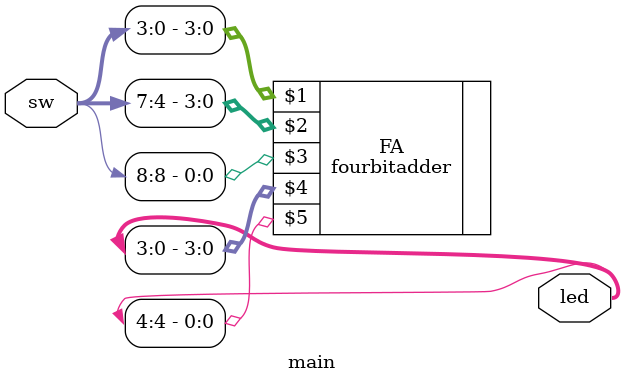
<source format=v>
`timescale 1ns / 1ps


module main(
    input [8:0] sw,
    output [4:0] led
    );
    fourbitadder FA(sw[3:0], sw[7:4], sw[8], led[3:0],led[4]);
endmodule

</source>
